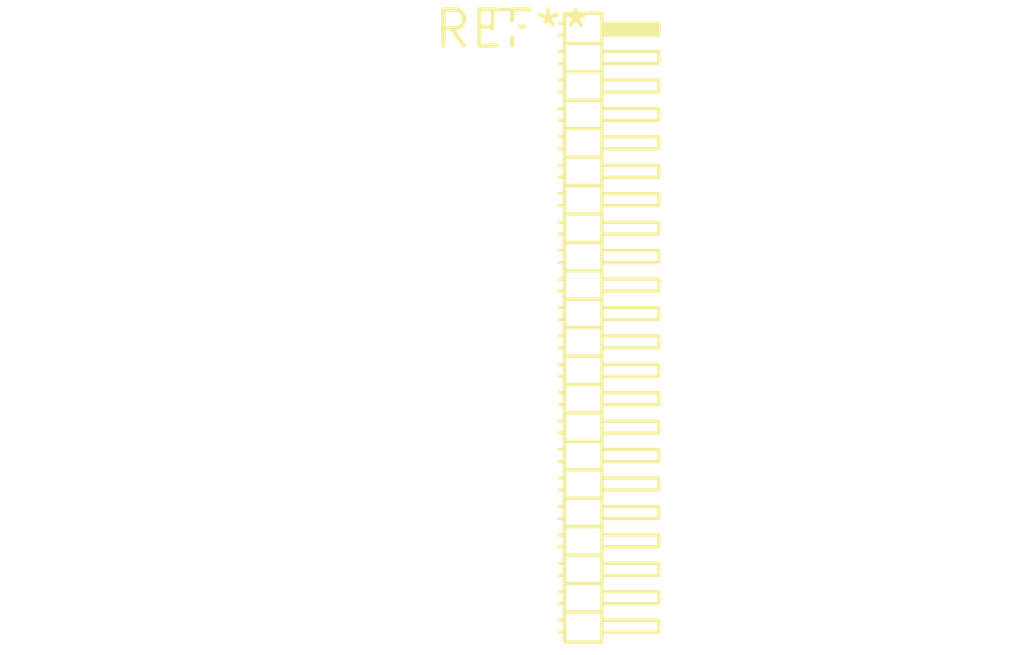
<source format=kicad_pcb>
(kicad_pcb (version 20240108) (generator pcbnew)
  (layers (0 "F.Cu" signal) (31 "B.Cu" signal) (34 "B.Paste" user) (35 "F.Paste" user) (36 "B.SilkS" user "B.Silkscreen") (37 "F.SilkS" user "F.Silkscreen") (38 "B.Mask" user) (39 "F.Mask" user) (44 "Edge.Cuts" user))
  (net 0 "")
  (footprint "PinHeader_2x22_P1.00mm_Horizontal" (layer "F.Cu") (at 0 0)
    (property "Reference" "REF**")
    (property "Value" "PinHeader_2x22_P1.00mm_Horizontal")
    (fp_line (start -0.685 -0.685) (end 0 -0.685) (layer "F.SilkS") (stroke (width 0.12)))
    (fp_line (start -0.685 0) (end -0.685 -0.685) (layer "F.SilkS") (stroke (width 0.12)))
    (fp_line (start 1.652016 -0.21) (end 1.84 -0.21) (layer "F.SilkS") (stroke (width 0.12)))
    (fp_line (start 1.652016 0.21) (end 1.84 0.21) (layer "F.SilkS") (stroke (width 0.12)))
    (fp_line (start 1.652016 0.79) (end 1.84 0.79) (layer "F.SilkS") (stroke (width 0.12)))
    (fp_line (start 1.652016 1.21) (end 1.84 1.21) (layer "F.SilkS") (stroke (width 0.12)))
    (fp_line (start 1.652016 1.79) (end 1.84 1.79) (layer "F.SilkS") (stroke (width 0.12)))
    (fp_line (start 1.652016 2.21) (end 1.84 2.21) (layer "F.SilkS") (stroke (width 0.12)))
    (fp_line (start 1.652016 2.79) (end 1.84 2.79) (layer "F.SilkS") (stroke (width 0.12)))
    (fp_line (start 1.652016 3.21) (end 1.84 3.21) (layer "F.SilkS") (stroke (width 0.12)))
    (fp_line (start 1.652016 3.79) (end 1.84 3.79) (layer "F.SilkS") (stroke (width 0.12)))
    (fp_line (start 1.652016 4.21) (end 1.84 4.21) (layer "F.SilkS") (stroke (width 0.12)))
    (fp_line (start 1.652016 4.79) (end 1.84 4.79) (layer "F.SilkS") (stroke (width 0.12)))
    (fp_line (start 1.652016 5.21) (end 1.84 5.21) (layer "F.SilkS") (stroke (width 0.12)))
    (fp_line (start 1.652016 5.79) (end 1.84 5.79) (layer "F.SilkS") (stroke (width 0.12)))
    (fp_line (start 1.652016 6.21) (end 1.84 6.21) (layer "F.SilkS") (stroke (width 0.12)))
    (fp_line (start 1.652016 6.79) (end 1.84 6.79) (layer "F.SilkS") (stroke (width 0.12)))
    (fp_line (start 1.652016 7.21) (end 1.84 7.21) (layer "F.SilkS") (stroke (width 0.12)))
    (fp_line (start 1.652016 7.79) (end 1.84 7.79) (layer "F.SilkS") (stroke (width 0.12)))
    (fp_line (start 1.652016 8.21) (end 1.84 8.21) (layer "F.SilkS") (stroke (width 0.12)))
    (fp_line (start 1.652016 8.79) (end 1.84 8.79) (layer "F.SilkS") (stroke (width 0.12)))
    (fp_line (start 1.652016 9.21) (end 1.84 9.21) (layer "F.SilkS") (stroke (width 0.12)))
    (fp_line (start 1.652016 9.79) (end 1.84 9.79) (layer "F.SilkS") (stroke (width 0.12)))
    (fp_line (start 1.652016 10.21) (end 1.84 10.21) (layer "F.SilkS") (stroke (width 0.12)))
    (fp_line (start 1.652016 10.79) (end 1.84 10.79) (layer "F.SilkS") (stroke (width 0.12)))
    (fp_line (start 1.652016 11.21) (end 1.84 11.21) (layer "F.SilkS") (stroke (width 0.12)))
    (fp_line (start 1.652016 11.79) (end 1.84 11.79) (layer "F.SilkS") (stroke (width 0.12)))
    (fp_line (start 1.652016 12.21) (end 1.84 12.21) (layer "F.SilkS") (stroke (width 0.12)))
    (fp_line (start 1.652016 12.79) (end 1.84 12.79) (layer "F.SilkS") (stroke (width 0.12)))
    (fp_line (start 1.652016 13.21) (end 1.84 13.21) (layer "F.SilkS") (stroke (width 0.12)))
    (fp_line (start 1.652016 13.79) (end 1.84 13.79) (layer "F.SilkS") (stroke (width 0.12)))
    (fp_line (start 1.652016 14.21) (end 1.84 14.21) (layer "F.SilkS") (stroke (width 0.12)))
    (fp_line (start 1.652016 14.79) (end 1.84 14.79) (layer "F.SilkS") (stroke (width 0.12)))
    (fp_line (start 1.652016 15.21) (end 1.84 15.21) (layer "F.SilkS") (stroke (width 0.12)))
    (fp_line (start 1.652016 15.79) (end 1.84 15.79) (layer "F.SilkS") (stroke (width 0.12)))
    (fp_line (start 1.652016 16.21) (end 1.84 16.21) (layer "F.SilkS") (stroke (width 0.12)))
    (fp_line (start 1.652016 16.79) (end 1.84 16.79) (layer "F.SilkS") (stroke (width 0.12)))
    (fp_line (start 1.652016 17.21) (end 1.84 17.21) (layer "F.SilkS") (stroke (width 0.12)))
    (fp_line (start 1.652016 17.79) (end 1.84 17.79) (layer "F.SilkS") (stroke (width 0.12)))
    (fp_line (start 1.652016 18.21) (end 1.84 18.21) (layer "F.SilkS") (stroke (width 0.12)))
    (fp_line (start 1.652016 18.79) (end 1.84 18.79) (layer "F.SilkS") (stroke (width 0.12)))
    (fp_line (start 1.652016 19.21) (end 1.84 19.21) (layer "F.SilkS") (stroke (width 0.12)))
    (fp_line (start 1.652016 19.79) (end 1.84 19.79) (layer "F.SilkS") (stroke (width 0.12)))
    (fp_line (start 1.652016 20.21) (end 1.84 20.21) (layer "F.SilkS") (stroke (width 0.12)))
    (fp_line (start 1.652016 20.79) (end 1.84 20.79) (layer "F.SilkS") (stroke (width 0.12)))
    (fp_line (start 1.652016 21.21) (end 1.84 21.21) (layer "F.SilkS") (stroke (width 0.12)))
    (fp_line (start 1.84 -0.56) (end 1.84 21.56) (layer "F.SilkS") (stroke (width 0.12)))
    (fp_line (start 1.84 0.5) (end 3.16 0.5) (layer "F.SilkS") (stroke (width 0.12)))
    (fp_line (start 1.84 1.5) (end 3.16 1.5) (layer "F.SilkS") (stroke (width 0.12)))
    (fp_line (start 1.84 2.5) (end 3.16 2.5) (layer "F.SilkS") (stroke (width 0.12)))
    (fp_line (start 1.84 3.5) (end 3.16 3.5) (layer "F.SilkS") (stroke (width 0.12)))
    (fp_line (start 1.84 4.5) (end 3.16 4.5) (layer "F.SilkS") (stroke (width 0.12)))
    (fp_line (start 1.84 5.5) (end 3.16 5.5) (layer "F.SilkS") (stroke (width 0.12)))
    (fp_line (start 1.84 6.5) (end 3.16 6.5) (layer "F.SilkS") (stroke (width 0.12)))
    (fp_line (start 1.84 7.5) (end 3.16 7.5) (layer "F.SilkS") (stroke (width 0.12)))
    (fp_line (start 1.84 8.5) (end 3.16 8.5) (layer "F.SilkS") (stroke (width 0.12)))
    (fp_line (start 1.84 9.5) (end 3.16 9.5) (layer "F.SilkS") (stroke (width 0.12)))
    (fp_line (start 1.84 10.5) (end 3.16 10.5) (layer "F.SilkS") (stroke (width 0.12)))
    (fp_line (start 1.84 11.5) (end 3.16 11.5) (layer "F.SilkS") (stroke (width 0.12)))
    (fp_line (start 1.84 12.5) (end 3.16 12.5) (layer "F.SilkS") (stroke (width 0.12)))
    (fp_line (start 1.84 13.5) (end 3.16 13.5) (layer "F.SilkS") (stroke (width 0.12)))
    (fp_line (start 1.84 14.5) (end 3.16 14.5) (layer "F.SilkS") (stroke (width 0.12)))
    (fp_line (start 1.84 15.5) (end 3.16 15.5) (layer "F.SilkS") (stroke (width 0.12)))
    (fp_line (start 1.84 16.5) (end 3.16 16.5) (layer "F.SilkS") (stroke (width 0.12)))
    (fp_line (start 1.84 17.5) (end 3.16 17.5) (layer "F.SilkS") (stroke (width 0.12)))
    (fp_line (start 1.84 18.5) (end 3.16 18.5) (layer "F.SilkS") (stroke (width 0.12)))
    (fp_line (start 1.84 19.5) (end 3.16 19.5) (layer "F.SilkS") (stroke (width 0.12)))
    (fp_line (start 1.84 20.5) (end 3.16 20.5) (layer "F.SilkS") (stroke (width 0.12)))
    (fp_line (start 1.84 21.56) (end 3.16 21.56) (layer "F.SilkS") (stroke (width 0.12)))
    (fp_line (start 3.16 -0.56) (end 1.84 -0.56) (layer "F.SilkS") (stroke (width 0.12)))
    (fp_line (start 3.16 -0.21) (end 5.16 -0.21) (layer "F.SilkS") (stroke (width 0.12)))
    (fp_line (start 3.16 -0.15) (end 5.16 -0.15) (layer "F.SilkS") (stroke (width 0.12)))
    (fp_line (start 3.16 -0.03) (end 5.16 -0.03) (layer "F.SilkS") (stroke (width 0.12)))
    (fp_line (start 3.16 0.09) (end 5.16 0.09) (layer "F.SilkS") (stroke (width 0.12)))
    (fp_line (start 3.16 0.79) (end 5.16 0.79) (layer "F.SilkS") (stroke (width 0.12)))
    (fp_line (start 3.16 1.79) (end 5.16 1.79) (layer "F.SilkS") (stroke (width 0.12)))
    (fp_line (start 3.16 2.79) (end 5.16 2.79) (layer "F.SilkS") (stroke (width 0.12)))
    (fp_line (start 3.16 3.79) (end 5.16 3.79) (layer "F.SilkS") (stroke (width 0.12)))
    (fp_line (start 3.16 4.79) (end 5.16 4.79) (layer "F.SilkS") (stroke (width 0.12)))
    (fp_line (start 3.16 5.79) (end 5.16 5.79) (layer "F.SilkS") (stroke (width 0.12)))
    (fp_line (start 3.16 6.79) (end 5.16 6.79) (layer "F.SilkS") (stroke (width 0.12)))
    (fp_line (start 3.16 7.79) (end 5.16 7.79) (layer "F.SilkS") (stroke (width 0.12)))
    (fp_line (start 3.16 8.79) (end 5.16 8.79) (layer "F.SilkS") (stroke (width 0.12)))
    (fp_line (start 3.16 9.79) (end 5.16 9.79) (layer "F.SilkS") (stroke (width 0.12)))
    (fp_line (start 3.16 10.79) (end 5.16 10.79) (layer "F.SilkS") (stroke (width 0.12)))
    (fp_line (start 3.16 11.79) (end 5.16 11.79) (layer "F.SilkS") (stroke (width 0.12)))
    (fp_line (start 3.16 12.79) (end 5.16 12.79) (layer "F.SilkS") (stroke (width 0.12)))
    (fp_line (start 3.16 13.79) (end 5.16 13.79) (layer "F.SilkS") (stroke (width 0.12)))
    (fp_line (start 3.16 14.79) (end 5.16 14.79) (layer "F.SilkS") (stroke (width 0.12)))
    (fp_line (start 3.16 15.79) (end 5.16 15.79) (layer "F.SilkS") (stroke (width 0.12)))
    (fp_line (start 3.16 16.79) (end 5.16 16.79) (layer "F.SilkS") (stroke (width 0.12)))
    (fp_line (start 3.16 17.79) (end 5.16 17.79) (layer "F.SilkS") (stroke (width 0.12)))
    (fp_line (start 3.16 18.79) (end 5.16 18.79) (layer "F.SilkS") (stroke (width 0.12)))
    (fp_line (start 3.16 19.79) (end 5.16 19.79) (layer "F.SilkS") (stroke (width 0.12)))
    (fp_line (start 3.16 20.79) (end 5.16 20.79) (layer "F.SilkS") (stroke (width 0.12)))
    (fp_line (start 3.16 21.56) (end 3.16 -0.56) (layer "F.SilkS") (stroke (width 0.12)))
    (fp_line (start 5.16 -0.21) (end 5.16 0.21) (layer "F.SilkS") (stroke (width 0.12)))
    (fp_line (start 5.16 0.21) (end 3.16 0.21) (layer "F.SilkS") (stroke (width 0.12)))
    (fp_line (start 5.16 0.79) (end 5.16 1.21) (layer "F.SilkS") (stroke (width 0.12)))
    (fp_line (start 5.16 1.21) (end 3.16 1.21) (layer "F.SilkS") (stroke (width 0.12)))
    (fp_line (start 5.16 1.79) (end 5.16 2.21) (layer "F.SilkS") (stroke (width 0.12)))
    (fp_line (start 5.16 2.21) (end 3.16 2.21) (layer "F.SilkS") (stroke (width 0.12)))
    (fp_line (start 5.16 2.79) (end 5.16 3.21) (layer "F.SilkS") (stroke (width 0.12)))
    (fp_line (start 5.16 3.21) (end 3.16 3.21) (layer "F.SilkS") (stroke (width 0.12)))
    (fp_line (start 5.16 3.79) (end 5.16 4.21) (layer "F.SilkS") (stroke (width 0.12)))
    (fp_line (start 5.16 4.21) (end 3.16 4.21) (layer "F.SilkS") (stroke (width 0.12)))
    (fp_line (start 5.16 4.79) (end 5.16 5.21) (layer "F.SilkS") (stroke (width 0.12)))
    (fp_line (start 5.16 5.21) (end 3.16 5.21) (layer "F.SilkS") (stroke (width 0.12)))
    (fp_line (start 5.16 5.79) (end 5.16 6.21) (layer "F.SilkS") (stroke (width 0.12)))
    (fp_line (start 5.16 6.21) (end 3.16 6.21) (layer "F.SilkS") (stroke (width 0.12)))
    (fp_line (start 5.16 6.79) (end 5.16 7.21) (layer "F.SilkS") (stroke (width 0.12)))
    (fp_line (start 5.16 7.21) (end 3.16 7.21) (layer "F.SilkS") (stroke (width 0.12)))
    (fp_line (start 5.16 7.79) (end 5.16 8.21) (layer "F.SilkS") (stroke (width 0.12)))
    (fp_line (start 5.16 8.21) (end 3.16 8.21) (layer "F.SilkS") (stroke (width 0.12)))
    (fp_line (start 5.16 8.79) (end 5.16 9.21) (layer "F.SilkS") (stroke (width 0.12)))
    (fp_line (start 5.16 9.21) (end 3.16 9.21) (layer "F.SilkS") (stroke (width 0.12)))
    (fp_line (start 5.16 9.79) (end 5.16 10.21) (layer "F.SilkS") (stroke (width 0.12)))
    (fp_line (start 5.16 10.21) (end 3.16 10.21) (layer "F.SilkS") (stroke (width 0.12)))
    (fp_line (start 5.16 10.79) (end 5.16 11.21) (layer "F.SilkS") (stroke (width 0.12)))
    (fp_line (start 5.16 11.21) (end 3.16 11.21) (layer "F.SilkS") (stroke (width 0.12)))
    (fp_line (start 5.16 11.79) (end 5.16 12.21) (layer "F.SilkS") (stroke (width 0.12)))
    (fp_line (start 5.16 12.21) (end 3.16 12.21) (layer "F.SilkS") (stroke (width 0.12)))
    (fp_line (start 5.16 12.79) (end 5.16 13.21) (layer "F.SilkS") (stroke (width 0.12)))
    (fp_line (start 5.16 13.21) (end 3.16 13.21) (layer "F.SilkS") (stroke (width 0.12)))
    (fp_line (start 5.16 13.79) (end 5.16 14.21) (layer "F.SilkS") (stroke (width 0.12)))
    (fp_line (start 5.16 14.21) (end 3.16 14.21) (layer "F.SilkS") (stroke (width 0.12)))
    (fp_line (start 5.16 14.79) (end 5.16 15.21) (layer "F.SilkS") (stroke (width 0.12)))
    (fp_line (start 5.16 15.21) (end 3.16 15.21) (layer "F.SilkS") (stroke (width 0.12)))
    (fp_line (start 5.16 15.79) (end 5.16 16.21) (layer "F.SilkS") (stroke (width 0.12)))
    (fp_line (start 5.16 16.21) (end 3.16 16.21) (layer "F.SilkS") (stroke (width 0.12)))
    (fp_line (start 5.16 16.79) (end 5.16 17.21) (layer "F.SilkS") (stroke (width 0.12)))
    (fp_line (start 5.16 17.21) (end 3.16 17.21) (layer "F.SilkS") (stroke (width 0.12)))
    (fp_line (start 5.16 17.79) (end 5.16 18.21) (layer "F.SilkS") (stroke (width 0.12)))
    (fp_line (start 5.16 18.21) (end 3.16 18.21) (layer "F.SilkS") (stroke (width 0.12)))
    (fp_line (start 5.16 18.79) (end 5.16 19.21) (layer "F.SilkS") (stroke (width 0.12)))
    (fp_line (start 5.16 19.21) (end 3.16 19.21) (layer "F.SilkS") (stroke (width 0.12)))
    (fp_line (start 5.16 19.79) (end 5.16 20.21) (layer "F.SilkS") (stroke (width 0.12)))
    (fp_line (start 5.16 20.21) (end 3.16 20.21) (layer "F.SilkS") (stroke (width 0.12)))
    (fp_line (start 5.16 20.79) (end 5.16 21.21) (layer "F.SilkS") (stroke (width 0.12)))
    (fp_line (start 5.16 21.21) (end 3.16 21.21) (layer "F.SilkS") (stroke (width 0.12)))
    (pad "1" thru_hole rect (at 0 0) (size 0.85 0.85) (drill 0.5) (layers *.Cu *.Mask) (remove_unused_layers))
    (pad "2" thru_hole oval (at 1 0) (size 0.85 0.85) (drill 0.5) (layers *.Cu *.Mask) (remove_unused_layers))
    (pad "3" thru_hole oval (at 0 1) (size 0.85 0.85) (drill 0.5) (layers *.Cu *.Mask) (remove_unused_layers))
    (pad "4" thru_hole oval (at 1 1) (size 0.85 0.85) (drill 0.5) (layers *.Cu *.Mask) (remove_unused_layers))
    (pad "5" thru_hole oval (at 0 2) (size 0.85 0.85) (drill 0.5) (layers *.Cu *.Mask) (remove_unused_layers))
    (pad "6" thru_hole oval (at 1 2) (size 0.85 0.85) (drill 0.5) (layers *.Cu *.Mask) (remove_unused_layers))
    (pad "7" thru_hole oval (at 0 3) (size 0.85 0.85) (drill 0.5) (layers *.Cu *.Mask) (remove_unused_layers))
    (pad "8" thru_hole oval (at 1 3) (size 0.85 0.85) (drill 0.5) (layers *.Cu *.Mask) (remove_unused_layers))
    (pad "9" thru_hole oval (at 0 4) (size 0.85 0.85) (drill 0.5) (layers *.Cu *.Mask) (remove_unused_layers))
    (pad "10" thru_hole oval (at 1 4) (size 0.85 0.85) (drill 0.5) (layers *.Cu *.Mask) (remove_unused_layers))
    (pad "11" thru_hole oval (at 0 5) (size 0.85 0.85) (drill 0.5) (layers *.Cu *.Mask) (remove_unused_layers))
    (pad "12" thru_hole oval (at 1 5) (size 0.85 0.85) (drill 0.5) (layers *.Cu *.Mask) (remove_unused_layers))
    (pad "13" thru_hole oval (at 0 6) (size 0.85 0.85) (drill 0.5) (layers *.Cu *.Mask) (remove_unused_layers))
    (pad "14" thru_hole oval (at 1 6) (size 0.85 0.85) (drill 0.5) (layers *.Cu *.Mask) (remove_unused_layers))
    (pad "15" thru_hole oval (at 0 7) (size 0.85 0.85) (drill 0.5) (layers *.Cu *.Mask) (remove_unused_layers))
    (pad "16" thru_hole oval (at 1 7) (size 0.85 0.85) (drill 0.5) (layers *.Cu *.Mask) (remove_unused_layers))
    (pad "17" thru_hole oval (at 0 8) (size 0.85 0.85) (drill 0.5) (layers *.Cu *.Mask) (remove_unused_layers))
    (pad "18" thru_hole oval (at 1 8) (size 0.85 0.85) (drill 0.5) (layers *.Cu *.Mask) (remove_unused_layers))
    (pad "19" thru_hole oval (at 0 9) (size 0.85 0.85) (drill 0.5) (layers *.Cu *.Mask) (remove_unused_layers))
    (pad "20" thru_hole oval (at 1 9) (size 0.85 0.85) (drill 0.5) (layers *.Cu *.Mask) (remove_unused_layers))
    (pad "21" thru_hole oval (at 0 10) (size 0.85 0.85) (drill 0.5) (layers *.Cu *.Mask) (remove_unused_layers))
    (pad "22" thru_hole oval (at 1 10) (size 0.85 0.85) (drill 0.5) (layers *.Cu *.Mask) (remove_unused_layers))
    (pad "23" thru_hole oval (at 0 11) (size 0.85 0.85) (drill 0.5) (layers *.Cu *.Mask) (remove_unused_layers))
    (pad "24" thru_hole oval (at 1 11) (size 0.85 0.85) (drill 0.5) (layers *.Cu *.Mask) (remove_unused_layers))
    (pad "25" thru_hole oval (at 0 12) (size 0.85 0.85) (drill 0.5) (layers *.Cu *.Mask) (remove_unused_layers))
    (pad "26" thru_hole oval (at 1 12) (size 0.85 0.85) (drill 0.5) (layers *.Cu *.Mask) (remove_unused_layers))
    (pad "27" thru_hole oval (at 0 13) (size 0.85 0.85) (drill 0.5) (layers *.Cu *.Mask) (remove_unused_layers))
    (pad "28" thru_hole oval (at 1 13) (size 0.85 0.85) (drill 0.5) (layers *.Cu *.Mask) (remove_unused_layers))
    (pad "29" thru_hole oval (at 0 14) (size 0.85 0.85) (drill 0.5) (layers *.Cu *.Mask) (remove_unused_layers))
    (pad "30" thru_hole oval (at 1 14) (size 0.85 0.85) (drill 0.5) (layers *.Cu *.Mask) (remove_unused_layers))
    (pad "31" thru_hole oval (at 0 15) (size 0.85 0.85) (drill 0.5) (layers *.Cu *.Mask) (remove_unused_layers))
    (pad "32" thru_hole oval (at 1 15) (size 0.85 0.85) (drill 0.5) (layers *.Cu *.Mask) (remove_unused_layers))
    (pad "33" thru_hole oval (at 0 16) (size 0.85 0.85) (drill 0.5) (layers *.Cu *.Mask) (remove_unused_layers))
    (pad "34" thru_hole oval (at 1 16) (size 0.85 0.85) (drill 0.5) (layers *.Cu *.Mask) (remove_unused_layers))
    (pad "35" thru_hole oval (at 0 17) (size 0.85 0.85) (drill 0.5) (layers *.Cu *.Mask) (remove_unused_layers))
    (pad "36" thru_hole oval (at 1 17) (size 0.85 0.85) (drill 0.5) (layers *.Cu *.Mask) (remove_unused_layers))
    (pad "37" thru_hole oval (at 0 18) (size 0.85 0.85) (drill 0.5) (layers *.Cu *.Mask) (remove_unused_layers))
    (pad "38" thru_hole oval (at 1 18) (size 0.85 0.85) (drill 0.5) (layers *.Cu *.Mask) (remove_unused_layers))
    (pad "39" thru_hole oval (at 0 19) (size 0.85 0.85) (drill 0.5) (layers *.Cu *.Mask) (remove_unused_layers))
    (pad "40" thru_hole oval (at 1 19) (size 0.85 0.85) (drill 0.5) (layers *.Cu *.Mask) (remove_unused_layers))
    (pad "41" thru_hole oval (at 0 20) (size 0.85 0.85) (drill 0.5) (layers *.Cu *.Mask) (remove_unused_layers))
    (pad "42" thru_hole oval (at 1 20) (size 0.85 0.85) (drill 0.5) (layers *.Cu *.Mask) (remove_unused_layers))
    (pad "43" thru_hole oval (at 0 21) (size 0.85 0.85) (drill 0.5) (layers *.Cu *.Mask) (remove_unused_layers))
    (pad "44" thru_hole oval (at 1 21) (size 0.85 0.85) (drill 0.5) (layers *.Cu *.Mask) (remove_unused_layers))
  )
)
</source>
